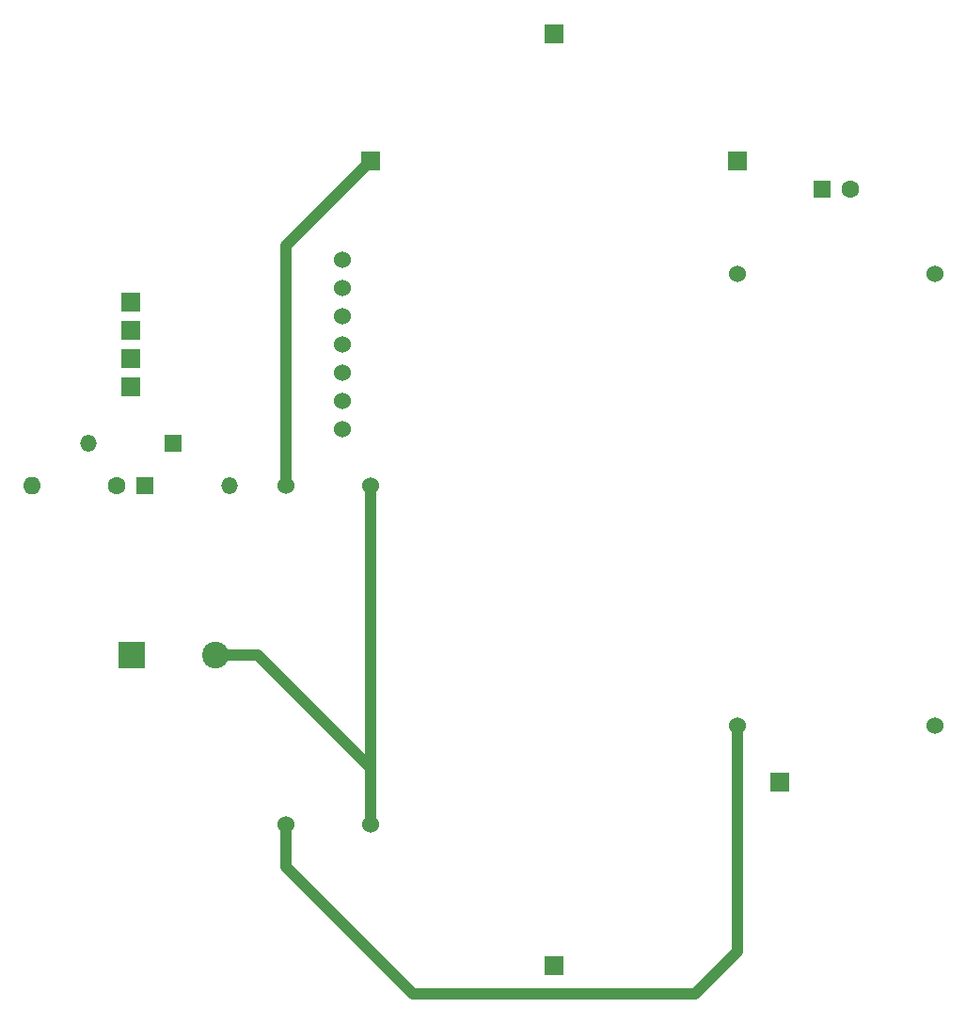
<source format=gbr>
%TF.GenerationSoftware,KiCad,Pcbnew,7.0.10*%
%TF.CreationDate,2024-02-07T02:48:42-05:00*%
%TF.ProjectId,board_down,626f6172-645f-4646-9f77-6e2e6b696361,rev?*%
%TF.SameCoordinates,Original*%
%TF.FileFunction,Copper,L2,Bot*%
%TF.FilePolarity,Positive*%
%FSLAX46Y46*%
G04 Gerber Fmt 4.6, Leading zero omitted, Abs format (unit mm)*
G04 Created by KiCad (PCBNEW 7.0.10) date 2024-02-07 02:48:42*
%MOMM*%
%LPD*%
G01*
G04 APERTURE LIST*
%TA.AperFunction,ComponentPad*%
%ADD10R,1.700000X1.700000*%
%TD*%
%TA.AperFunction,ComponentPad*%
%ADD11R,1.600000X1.600000*%
%TD*%
%TA.AperFunction,ComponentPad*%
%ADD12C,1.600000*%
%TD*%
%TA.AperFunction,ComponentPad*%
%ADD13R,2.400000X2.400000*%
%TD*%
%TA.AperFunction,ComponentPad*%
%ADD14C,2.400000*%
%TD*%
%TA.AperFunction,ComponentPad*%
%ADD15C,1.524000*%
%TD*%
%TA.AperFunction,ComponentPad*%
%ADD16R,1.500000X1.500000*%
%TD*%
%TA.AperFunction,ComponentPad*%
%ADD17O,1.500000X1.500000*%
%TD*%
%TA.AperFunction,ComponentPad*%
%ADD18O,1.600000X1.600000*%
%TD*%
%TA.AperFunction,Conductor*%
%ADD19C,1.000000*%
%TD*%
G04 APERTURE END LIST*
D10*
%TO.P,J102,1,Pin_1*%
%TO.N,Net-(J102-Pin_1)*%
X33020000Y-19050000D03*
%TD*%
D11*
%TO.P,C101,1*%
%TO.N,5V*%
X73700000Y-21590000D03*
D12*
%TO.P,C101,2*%
%TO.N,GND*%
X76200000Y-21590000D03*
%TD*%
D13*
%TO.P,C103,1*%
%TO.N,Net-(D102-A)*%
X11550000Y-63500000D03*
D14*
%TO.P,C103,2*%
%TO.N,GND*%
X19050000Y-63500000D03*
%TD*%
D10*
%TO.P,J104,1,Pin_1*%
%TO.N,GND*%
X49530000Y-91440000D03*
%TD*%
D15*
%TO.P,U102,1,IN+*%
%TO.N,Net-(D101-A)*%
X66040000Y-69850000D03*
%TO.P,U102,2,IN-*%
%TO.N,GND*%
X83820000Y-69850000D03*
%TO.P,U102,3,OUT+*%
%TO.N,5V*%
X66040000Y-29210000D03*
%TO.P,U102,4,OUT-*%
%TO.N,GND*%
X83820000Y-29210000D03*
%TD*%
%TO.P,U101,1,VIN+*%
%TO.N,Net-(J102-Pin_1)*%
X25400000Y-48260000D03*
%TO.P,U101,2,VIN-*%
%TO.N,GND*%
X33020000Y-48260000D03*
%TO.P,U101,3,VOUT+*%
%TO.N,Net-(D101-A)*%
X25400000Y-78740000D03*
%TO.P,U101,4,VOUT-*%
%TO.N,GND*%
X33020000Y-78740000D03*
%TD*%
D10*
%TO.P,J118,1,Pin_1*%
%TO.N,Net-(J118-Pin_1)*%
X11430000Y-39370000D03*
%TD*%
D16*
%TO.P,D102,1,K*%
%TO.N,Net-(D101-A)*%
X15245000Y-44450000D03*
D17*
%TO.P,D102,2,A*%
%TO.N,Net-(D102-A)*%
X7625000Y-44450000D03*
%TD*%
D12*
%TO.P,R101,1*%
%TO.N,Net-(D101-K)*%
X10160000Y-48260000D03*
D18*
%TO.P,R101,2*%
%TO.N,Net-(D102-A)*%
X2540000Y-48260000D03*
%TD*%
D15*
%TO.P,U104,1,LRC*%
%TO.N,Net-(J118-Pin_1)*%
X30480000Y-43180000D03*
%TO.P,U104,2,BCLK*%
%TO.N,Net-(J119-Pin_1)*%
X30480000Y-40640000D03*
%TO.P,U104,3,DIN*%
%TO.N,Net-(J120-Pin_1)*%
X30480000Y-38100000D03*
%TO.P,U104,4,GAIN*%
%TO.N,GND*%
X30480000Y-35560000D03*
%TO.P,U104,5,SD*%
%TO.N,unconnected-(U104-SD-Pad5)*%
X30480000Y-33020000D03*
%TO.P,U104,6,GND*%
%TO.N,GND*%
X30480000Y-30480000D03*
%TO.P,U104,7,Vin*%
%TO.N,3.3V*%
X30480000Y-27940000D03*
%TD*%
D10*
%TO.P,J120,1,Pin_1*%
%TO.N,Net-(J120-Pin_1)*%
X11430000Y-34290000D03*
%TD*%
D16*
%TO.P,D101,1,K*%
%TO.N,Net-(D101-K)*%
X12695000Y-48260000D03*
D17*
%TO.P,D101,2,A*%
%TO.N,Net-(D101-A)*%
X20315000Y-48260000D03*
%TD*%
D10*
%TO.P,J103,1,Pin_1*%
%TO.N,Net-(J101-Pin_1)*%
X49530000Y-7620000D03*
%TD*%
%TO.P,J119,1,Pin_1*%
%TO.N,Net-(J119-Pin_1)*%
X11430000Y-36830000D03*
%TD*%
%TO.P,J116,1,Pin_1*%
%TO.N,5V*%
X69850000Y-74930000D03*
%TD*%
%TO.P,J101,1,Pin_1*%
%TO.N,Net-(J101-Pin_1)*%
X66040000Y-19050000D03*
%TD*%
%TO.P,J117,1,Pin_1*%
%TO.N,3.3V*%
X11430000Y-31750000D03*
%TD*%
D19*
%TO.N,GND*%
X22860000Y-63500000D02*
X33020000Y-73660000D01*
X33020000Y-48260000D02*
X33020000Y-78740000D01*
X22860000Y-63500000D02*
X19050000Y-63500000D01*
%TO.N,Net-(D101-A)*%
X66040000Y-90170000D02*
X66040000Y-69850000D01*
X36830000Y-93980000D02*
X62230000Y-93980000D01*
X25400000Y-78740000D02*
X25400000Y-82550000D01*
X62230000Y-93980000D02*
X66040000Y-90170000D01*
X25400000Y-82550000D02*
X36830000Y-93980000D01*
%TO.N,Net-(J102-Pin_1)*%
X33020000Y-19050000D02*
X25400000Y-26670000D01*
X25400000Y-26670000D02*
X25400000Y-48260000D01*
%TD*%
M02*

</source>
